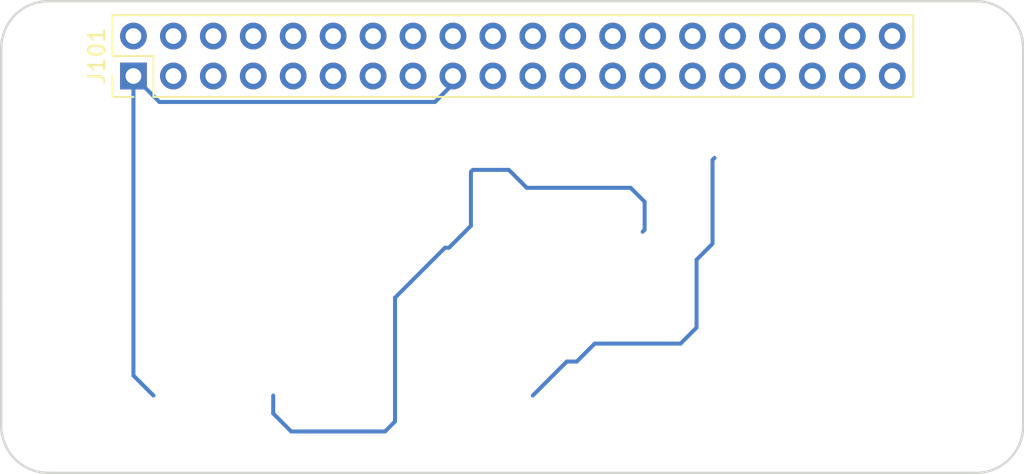
<source format=kicad_pcb>
(kicad_pcb (version 20170123) (host pcbnew no-vcs-found-3ee2f80~59~ubuntu17.04.1)

  (general
    (thickness 1.6)
    (drawings 12)
    (tracks 45)
    (zones 0)
    (modules 5)
    (nets 36)
  )

  (page A3)
  (layers
    (0 F.Cu signal)
    (31 B.Cu signal hide)
    (32 B.Adhes user)
    (33 F.Adhes user)
    (34 B.Paste user)
    (35 F.Paste user)
    (36 B.SilkS user)
    (37 F.SilkS user)
    (38 B.Mask user)
    (39 F.Mask user)
    (40 Dwgs.User user)
    (41 Cmts.User user)
    (42 Eco1.User user)
    (43 Eco2.User user)
    (44 Edge.Cuts user)
    (45 Margin user hide)
    (46 B.CrtYd user hide)
    (47 F.CrtYd user hide)
    (48 B.Fab user hide)
    (49 F.Fab user)
  )

  (setup
    (last_trace_width 0.254)
    (user_trace_width 0.6)
    (trace_clearance 0.254)
    (zone_clearance 0.508)
    (zone_45_only no)
    (trace_min 0.254)
    (segment_width 0.2)
    (edge_width 0.15)
    (via_size 0.889)
    (via_drill 0.635)
    (via_min_size 0.889)
    (via_min_drill 0.508)
    (uvia_size 0.508)
    (uvia_drill 0.127)
    (uvias_allowed no)
    (uvia_min_size 0.508)
    (uvia_min_drill 0.127)
    (pcb_text_width 0.3)
    (pcb_text_size 1 1)
    (mod_edge_width 0.15)
    (mod_text_size 1 1)
    (mod_text_width 0.15)
    (pad_size 0.97 0.97)
    (pad_drill 0.97)
    (pad_to_mask_clearance 0)
    (aux_axis_origin 117.91188 84.25942)
    (grid_origin 117.91188 84.25942)
    (visible_elements FFFFFF1F)
    (pcbplotparams
      (layerselection 0x010e8_80000001)
      (usegerberextensions true)
      (excludeedgelayer true)
      (linewidth 0.150000)
      (plotframeref false)
      (viasonmask false)
      (mode 1)
      (useauxorigin false)
      (hpglpennumber 1)
      (hpglpenspeed 20)
      (hpglpendiameter 15)
      (psnegative false)
      (psa4output false)
      (plotreference false)
      (plotvalue true)
      (plotinvisibletext false)
      (padsonsilk false)
      (subtractmaskfromsilk false)
      (outputformat 1)
      (mirror false)
      (drillshape 0)
      (scaleselection 1)
      (outputdirectory ""))
  )

  (net 0 "")
  (net 1 GND)
  (net 2 +3V3)
  (net 3 +5V)
  (net 4 "Net-(J101-Pad40)")
  (net 5 "Net-(J101-Pad39)")
  (net 6 "Net-(J101-Pad38)")
  (net 7 "Net-(J101-Pad37)")
  (net 8 "Net-(J101-Pad36)")
  (net 9 "Net-(J101-Pad35)")
  (net 10 "Net-(J101-Pad34)")
  (net 11 "Net-(J101-Pad33)")
  (net 12 "Net-(J101-Pad32)")
  (net 13 "Net-(J101-Pad31)")
  (net 14 "Net-(J101-Pad30)")
  (net 15 "Net-(J101-Pad29)")
  (net 16 "Net-(J101-Pad28)")
  (net 17 "Net-(J101-Pad27)")
  (net 18 "Net-(J101-Pad26)")
  (net 19 "Net-(J101-Pad24)")
  (net 20 "Net-(J101-Pad23)")
  (net 21 "Net-(J101-Pad22)")
  (net 22 "Net-(J101-Pad21)")
  (net 23 "Net-(J101-Pad19)")
  (net 24 "Net-(J101-Pad18)")
  (net 25 "Net-(J101-Pad16)")
  (net 26 /PPS_ECHO)
  (net 27 "Net-(J101-Pad13)")
  (net 28 /PPS)
  (net 29 /GO_BTN)
  (net 30 /GPS_TX)
  (net 31 /GPS_RX)
  (net 32 "Net-(J101-Pad7)")
  (net 33 /SCL)
  (net 34 /SDA)
  (net 35 "Net-(J101-Pad1)")

  (net_class Default "This is the default net class."
    (clearance 0.254)
    (trace_width 0.254)
    (via_dia 0.889)
    (via_drill 0.635)
    (uvia_dia 0.508)
    (uvia_drill 0.127)
    (add_net +3V3)
    (add_net +5V)
    (add_net /GO_BTN)
    (add_net /GPS_RX)
    (add_net /GPS_TX)
    (add_net /PPS)
    (add_net /PPS_ECHO)
    (add_net /SCL)
    (add_net /SDA)
    (add_net GND)
    (add_net "Net-(J101-Pad1)")
    (add_net "Net-(J101-Pad13)")
    (add_net "Net-(J101-Pad16)")
    (add_net "Net-(J101-Pad18)")
    (add_net "Net-(J101-Pad19)")
    (add_net "Net-(J101-Pad21)")
    (add_net "Net-(J101-Pad22)")
    (add_net "Net-(J101-Pad23)")
    (add_net "Net-(J101-Pad24)")
    (add_net "Net-(J101-Pad26)")
    (add_net "Net-(J101-Pad27)")
    (add_net "Net-(J101-Pad28)")
    (add_net "Net-(J101-Pad29)")
    (add_net "Net-(J101-Pad30)")
    (add_net "Net-(J101-Pad31)")
    (add_net "Net-(J101-Pad32)")
    (add_net "Net-(J101-Pad33)")
    (add_net "Net-(J101-Pad34)")
    (add_net "Net-(J101-Pad35)")
    (add_net "Net-(J101-Pad36)")
    (add_net "Net-(J101-Pad37)")
    (add_net "Net-(J101-Pad38)")
    (add_net "Net-(J101-Pad39)")
    (add_net "Net-(J101-Pad40)")
    (add_net "Net-(J101-Pad7)")
  )

  (module 1pin (layer F.Cu) (tedit 5644D4E6) (tstamp 563ABCB6)
    (at 171 106)
    (descr "module 1 pin (ou trou mecanique de percage)")
    (tags DEV)
    (path 1pin)
    (fp_text reference 1PIN (at 0 -3.048) (layer F.SilkS) hide
      (effects (font (size 1.016 1.016) (thickness 0.254)))
    )
    (fp_text value P*** (at 0 2.794) (layer F.SilkS) hide
      (effects (font (size 1.016 1.016) (thickness 0.254)))
    )
    (pad "" np_thru_hole circle (at 0 0) (size 2.75 2.75) (drill 2.75) (layers *.Cu))
  )

  (module 1pin (layer F.Cu) (tedit 5644D50C) (tstamp 563AB3A9)
    (at 113 106)
    (descr "module 1 pin (ou trou mecanique de percage)")
    (tags DEV)
    (path 1pin)
    (fp_text reference 1PIN (at 0 -3.048) (layer F.SilkS) hide
      (effects (font (size 1.016 1.016) (thickness 0.254)))
    )
    (fp_text value P*** (at 0 2.794) (layer F.SilkS) hide
      (effects (font (size 1.016 1.016) (thickness 0.254)))
    )
    (pad "" np_thru_hole circle (at 0 0) (size 2.75 2.75) (drill 2.75) (layers *.Cu))
  )

  (module 1pin (layer F.Cu) (tedit 5644D4F1) (tstamp 563AB381)
    (at 171 83)
    (descr "module 1 pin (ou trou mecanique de percage)")
    (tags DEV)
    (path 1pin)
    (fp_text reference 1PIN (at 0 -3.048) (layer F.SilkS) hide
      (effects (font (size 1.016 1.016) (thickness 0.254)))
    )
    (fp_text value P*** (at 0 2.794) (layer F.SilkS) hide
      (effects (font (size 1.016 1.016) (thickness 0.254)))
    )
    (pad "" np_thru_hole circle (at 0 0) (size 2.75 2.75) (drill 2.75) (layers *.Cu))
  )

  (module 1pin (layer F.Cu) (tedit 5644D590) (tstamp 563AB348)
    (at 113 83)
    (descr "module 1 pin (ou trou mecanique de percage)")
    (tags DEV)
    (path 1pin)
    (fp_text reference 1PIN (at 0 -3.048) (layer F.SilkS) hide
      (effects (font (size 1.016 1.016) (thickness 0.254)))
    )
    (fp_text value P*** (at 0 2.794) (layer F.SilkS) hide
      (effects (font (size 1.016 1.016) (thickness 0.254)))
    )
    (pad "" np_thru_hole circle (at 0 0) (size 2.75 2.75) (drill 2.75) (layers *.Cu))
  )

  (module Pin_Headers:Pin_Header_Straight_2x20_Pitch2.54mm (layer F.Cu) (tedit 59650533) (tstamp 5985FD26)
    (at 117.91188 84.25942 90)
    (descr "Through hole straight pin header, 2x20, 2.54mm pitch, double rows")
    (tags "Through hole pin header THT 2x20 2.54mm double row")
    (path /598546E8)
    (fp_text reference J101 (at 1.27 -2.33 90) (layer F.SilkS)
      (effects (font (size 1 1) (thickness 0.15)))
    )
    (fp_text value RPi_GPIO (at 1.27 50.59 90) (layer F.Fab)
      (effects (font (size 1 1) (thickness 0.15)))
    )
    (fp_text user %R (at 1.27 24.13 180) (layer F.Fab)
      (effects (font (size 1 1) (thickness 0.15)))
    )
    (fp_line (start 4.35 -1.8) (end -1.8 -1.8) (layer F.CrtYd) (width 0.05))
    (fp_line (start 4.35 50.05) (end 4.35 -1.8) (layer F.CrtYd) (width 0.05))
    (fp_line (start -1.8 50.05) (end 4.35 50.05) (layer F.CrtYd) (width 0.05))
    (fp_line (start -1.8 -1.8) (end -1.8 50.05) (layer F.CrtYd) (width 0.05))
    (fp_line (start -1.33 -1.33) (end 0 -1.33) (layer F.SilkS) (width 0.12))
    (fp_line (start -1.33 0) (end -1.33 -1.33) (layer F.SilkS) (width 0.12))
    (fp_line (start 1.27 -1.33) (end 3.87 -1.33) (layer F.SilkS) (width 0.12))
    (fp_line (start 1.27 1.27) (end 1.27 -1.33) (layer F.SilkS) (width 0.12))
    (fp_line (start -1.33 1.27) (end 1.27 1.27) (layer F.SilkS) (width 0.12))
    (fp_line (start 3.87 -1.33) (end 3.87 49.59) (layer F.SilkS) (width 0.12))
    (fp_line (start -1.33 1.27) (end -1.33 49.59) (layer F.SilkS) (width 0.12))
    (fp_line (start -1.33 49.59) (end 3.87 49.59) (layer F.SilkS) (width 0.12))
    (fp_line (start -1.27 0) (end 0 -1.27) (layer F.Fab) (width 0.1))
    (fp_line (start -1.27 49.53) (end -1.27 0) (layer F.Fab) (width 0.1))
    (fp_line (start 3.81 49.53) (end -1.27 49.53) (layer F.Fab) (width 0.1))
    (fp_line (start 3.81 -1.27) (end 3.81 49.53) (layer F.Fab) (width 0.1))
    (fp_line (start 0 -1.27) (end 3.81 -1.27) (layer F.Fab) (width 0.1))
    (pad 40 thru_hole oval (at 2.54 48.26 90) (size 1.7 1.7) (drill 1) (layers *.Cu *.Mask)
      (net 4 "Net-(J101-Pad40)"))
    (pad 39 thru_hole oval (at 0 48.26 90) (size 1.7 1.7) (drill 1) (layers *.Cu *.Mask)
      (net 5 "Net-(J101-Pad39)"))
    (pad 38 thru_hole oval (at 2.54 45.72 90) (size 1.7 1.7) (drill 1) (layers *.Cu *.Mask)
      (net 6 "Net-(J101-Pad38)"))
    (pad 37 thru_hole oval (at 0 45.72 90) (size 1.7 1.7) (drill 1) (layers *.Cu *.Mask)
      (net 7 "Net-(J101-Pad37)"))
    (pad 36 thru_hole oval (at 2.54 43.18 90) (size 1.7 1.7) (drill 1) (layers *.Cu *.Mask)
      (net 8 "Net-(J101-Pad36)"))
    (pad 35 thru_hole oval (at 0 43.18 90) (size 1.7 1.7) (drill 1) (layers *.Cu *.Mask)
      (net 9 "Net-(J101-Pad35)"))
    (pad 34 thru_hole oval (at 2.54 40.64 90) (size 1.7 1.7) (drill 1) (layers *.Cu *.Mask)
      (net 10 "Net-(J101-Pad34)"))
    (pad 33 thru_hole oval (at 0 40.64 90) (size 1.7 1.7) (drill 1) (layers *.Cu *.Mask)
      (net 11 "Net-(J101-Pad33)"))
    (pad 32 thru_hole oval (at 2.54 38.1 90) (size 1.7 1.7) (drill 1) (layers *.Cu *.Mask)
      (net 12 "Net-(J101-Pad32)"))
    (pad 31 thru_hole oval (at 0 38.1 90) (size 1.7 1.7) (drill 1) (layers *.Cu *.Mask)
      (net 13 "Net-(J101-Pad31)"))
    (pad 30 thru_hole oval (at 2.54 35.56 90) (size 1.7 1.7) (drill 1) (layers *.Cu *.Mask)
      (net 14 "Net-(J101-Pad30)"))
    (pad 29 thru_hole oval (at 0 35.56 90) (size 1.7 1.7) (drill 1) (layers *.Cu *.Mask)
      (net 15 "Net-(J101-Pad29)"))
    (pad 28 thru_hole oval (at 2.54 33.02 90) (size 1.7 1.7) (drill 1) (layers *.Cu *.Mask)
      (net 16 "Net-(J101-Pad28)"))
    (pad 27 thru_hole oval (at 0 33.02 90) (size 1.7 1.7) (drill 1) (layers *.Cu *.Mask)
      (net 17 "Net-(J101-Pad27)"))
    (pad 26 thru_hole oval (at 2.54 30.48 90) (size 1.7 1.7) (drill 1) (layers *.Cu *.Mask)
      (net 18 "Net-(J101-Pad26)"))
    (pad 25 thru_hole oval (at 0 30.48 90) (size 1.7 1.7) (drill 1) (layers *.Cu *.Mask)
      (net 1 GND))
    (pad 24 thru_hole oval (at 2.54 27.94 90) (size 1.7 1.7) (drill 1) (layers *.Cu *.Mask)
      (net 19 "Net-(J101-Pad24)"))
    (pad 23 thru_hole oval (at 0 27.94 90) (size 1.7 1.7) (drill 1) (layers *.Cu *.Mask)
      (net 20 "Net-(J101-Pad23)"))
    (pad 22 thru_hole oval (at 2.54 25.4 90) (size 1.7 1.7) (drill 1) (layers *.Cu *.Mask)
      (net 21 "Net-(J101-Pad22)"))
    (pad 21 thru_hole oval (at 0 25.4 90) (size 1.7 1.7) (drill 1) (layers *.Cu *.Mask)
      (net 22 "Net-(J101-Pad21)"))
    (pad 20 thru_hole oval (at 2.54 22.86 90) (size 1.7 1.7) (drill 1) (layers *.Cu *.Mask)
      (net 1 GND))
    (pad 19 thru_hole oval (at 0 22.86 90) (size 1.7 1.7) (drill 1) (layers *.Cu *.Mask)
      (net 23 "Net-(J101-Pad19)"))
    (pad 18 thru_hole oval (at 2.54 20.32 90) (size 1.7 1.7) (drill 1) (layers *.Cu *.Mask)
      (net 24 "Net-(J101-Pad18)"))
    (pad 17 thru_hole oval (at 0 20.32 90) (size 1.7 1.7) (drill 1) (layers *.Cu *.Mask)
      (net 2 +3V3))
    (pad 16 thru_hole oval (at 2.54 17.78 90) (size 1.7 1.7) (drill 1) (layers *.Cu *.Mask)
      (net 25 "Net-(J101-Pad16)"))
    (pad 15 thru_hole oval (at 0 17.78 90) (size 1.7 1.7) (drill 1) (layers *.Cu *.Mask)
      (net 26 /PPS_ECHO))
    (pad 14 thru_hole oval (at 2.54 15.24 90) (size 1.7 1.7) (drill 1) (layers *.Cu *.Mask)
      (net 1 GND))
    (pad 13 thru_hole oval (at 0 15.24 90) (size 1.7 1.7) (drill 1) (layers *.Cu *.Mask)
      (net 27 "Net-(J101-Pad13)"))
    (pad 12 thru_hole oval (at 2.54 12.7 90) (size 1.7 1.7) (drill 1) (layers *.Cu *.Mask)
      (net 28 /PPS))
    (pad 11 thru_hole oval (at 0 12.7 90) (size 1.7 1.7) (drill 1) (layers *.Cu *.Mask)
      (net 29 /GO_BTN))
    (pad 10 thru_hole oval (at 2.54 10.16 90) (size 1.7 1.7) (drill 1) (layers *.Cu *.Mask)
      (net 30 /GPS_TX))
    (pad 9 thru_hole oval (at 0 10.16 90) (size 1.7 1.7) (drill 1) (layers *.Cu *.Mask)
      (net 1 GND))
    (pad 8 thru_hole oval (at 2.54 7.62 90) (size 1.7 1.7) (drill 1) (layers *.Cu *.Mask)
      (net 31 /GPS_RX))
    (pad 7 thru_hole oval (at 0 7.62 90) (size 1.7 1.7) (drill 1) (layers *.Cu *.Mask)
      (net 32 "Net-(J101-Pad7)"))
    (pad 6 thru_hole oval (at 2.54 5.08 90) (size 1.7 1.7) (drill 1) (layers *.Cu *.Mask)
      (net 1 GND))
    (pad 5 thru_hole oval (at 0 5.08 90) (size 1.7 1.7) (drill 1) (layers *.Cu *.Mask)
      (net 33 /SCL))
    (pad 4 thru_hole oval (at 2.54 2.54 90) (size 1.7 1.7) (drill 1) (layers *.Cu *.Mask)
      (net 3 +5V))
    (pad 3 thru_hole oval (at 0 2.54 90) (size 1.7 1.7) (drill 1) (layers *.Cu *.Mask)
      (net 34 /SDA))
    (pad 2 thru_hole oval (at 2.54 0 90) (size 1.7 1.7) (drill 1) (layers *.Cu *.Mask)
      (net 3 +5V))
    (pad 1 thru_hole rect (at 0 0 90) (size 1.7 1.7) (drill 1) (layers *.Cu *.Mask)
      (net 35 "Net-(J101-Pad1)"))
    (model ${KISYS3DMOD}/Pin_Headers.3dshapes/Pin_Header_Straight_2x20_Pitch2.54mm.wrl
      (at (xyz 0 0 0))
      (scale (xyz 1 1 1))
      (rotate (xyz 0 0 0))
    )
  )

  (gr_line (start 171.5 109.5) (end 170.95 109.5) (angle 90) (layer Edge.Cuts) (width 0.15))
  (gr_line (start 174.5 106.05) (end 174.5 106.5) (angle 90) (layer Edge.Cuts) (width 0.15))
  (gr_line (start 174.5 82.5) (end 174.5 106.05) (angle 90) (layer Edge.Cuts) (width 0.15))
  (gr_line (start 112.5 109.5) (end 170.95 109.5) (angle 90) (layer Edge.Cuts) (width 0.15))
  (gr_line (start 109.5 98.5) (end 109.5 106.5) (angle 90) (layer Edge.Cuts) (width 0.15))
  (gr_line (start 112.5 79.5) (end 171 79.5) (angle 90) (layer Edge.Cuts) (width 0.15))
  (gr_line (start 109.5 98.5) (end 109.5 82.5) (angle 90) (layer Edge.Cuts) (width 0.15))
  (gr_arc (start 112.5 106.5) (end 112.5 109.5) (angle 90) (layer Edge.Cuts) (width 0.15))
  (gr_arc (start 171.5 106.5) (end 174.5 106.5) (angle 90) (layer Edge.Cuts) (width 0.15))
  (gr_line (start 171.5 79.5) (end 171 79.5) (angle 90) (layer Edge.Cuts) (width 0.15))
  (gr_arc (start 171.5 82.5) (end 171.5 79.5) (angle 90) (layer Edge.Cuts) (width 0.15))
  (gr_arc (start 112.5 82.5) (end 109.5 82.5) (angle 90) (layer Edge.Cuts) (width 0.15))

  (segment (start 143.31188 104.57942) (end 145.47088 102.42042) (width 0.254) (layer B.Cu) (net 0))
  (segment (start 154.74188 89.59342) (end 154.86888 89.46642) (width 0.254) (layer B.Cu) (net 0) (tstamp 566C8C7A))
  (segment (start 154.74188 94.92742) (end 154.74188 89.59342) (width 0.254) (layer B.Cu) (net 0) (tstamp 566C8C76))
  (segment (start 153.72588 95.94342) (end 154.74188 94.92742) (width 0.254) (layer B.Cu) (net 0) (tstamp 566C8C74))
  (segment (start 153.72588 100.26142) (end 153.72588 95.94342) (width 0.254) (layer B.Cu) (net 0) (tstamp 566C8C72))
  (segment (start 152.70988 101.27742) (end 153.72588 100.26142) (width 0.254) (layer B.Cu) (net 0) (tstamp 566C8C71))
  (segment (start 147.24888 101.27742) (end 152.70988 101.27742) (width 0.254) (layer B.Cu) (net 0) (tstamp 566C8C6D))
  (segment (start 146.10588 102.42042) (end 147.24888 101.27742) (width 0.254) (layer B.Cu) (net 0) (tstamp 566C8C6A))
  (segment (start 145.47088 102.42042) (end 146.10588 102.42042) (width 0.254) (layer B.Cu) (net 0) (tstamp 566C8C65))
  (segment (start 139.37488 92.64142) (end 139.37488 90.35542) (width 0.254) (layer B.Cu) (net 0))
  (segment (start 150.42388 92.26042) (end 150.42388 94.03842) (width 0.254) (layer B.Cu) (net 0) (tstamp 566C8E30))
  (segment (start 149.53488 91.37142) (end 150.42388 92.26042) (width 0.254) (layer B.Cu) (net 0) (tstamp 566C8E2A))
  (segment (start 142.93088 91.37142) (end 149.53488 91.37142) (width 0.254) (layer B.Cu) (net 0) (tstamp 566C8E28))
  (segment (start 141.78788 90.22842) (end 142.93088 91.37142) (width 0.254) (layer B.Cu) (net 0) (tstamp 566C8E26))
  (segment (start 139.50188 90.22842) (end 141.78788 90.22842) (width 0.254) (layer B.Cu) (net 0) (tstamp 566C8E24))
  (segment (start 139.37488 90.35542) (end 139.50188 90.22842) (width 0.254) (layer B.Cu) (net 0) (tstamp 566C8E21))
  (segment (start 150.42388 94.03842) (end 150.29688 94.16542) (width 0.254) (layer B.Cu) (net 0) (tstamp 566C8E32))
  (segment (start 126.80188 104.57942) (end 126.80188 105.72242) (width 0.254) (layer B.Cu) (net 0))
  (segment (start 139.37488 93.78442) (end 139.37488 92.64142) (width 0.254) (layer B.Cu) (net 0) (tstamp 566C7AF1))
  (segment (start 137.97788 95.18142) (end 139.37488 93.78442) (width 0.254) (layer B.Cu) (net 0) (tstamp 566C7AF0))
  (segment (start 137.72388 95.18142) (end 137.97788 95.18142) (width 0.254) (layer B.Cu) (net 0) (tstamp 566C7AEE))
  (segment (start 134.54888 98.35642) (end 137.72388 95.18142) (width 0.254) (layer B.Cu) (net 0) (tstamp 566C7AEC))
  (segment (start 134.54888 106.23042) (end 134.54888 98.35642) (width 0.254) (layer B.Cu) (net 0) (tstamp 566C7AEB))
  (segment (start 133.91388 106.86542) (end 134.54888 106.23042) (width 0.254) (layer B.Cu) (net 0) (tstamp 566C7AE9))
  (segment (start 127.94488 106.86542) (end 133.91388 106.86542) (width 0.254) (layer B.Cu) (net 0) (tstamp 566C7AE7))
  (segment (start 126.80188 105.72242) (end 127.94488 106.86542) (width 0.254) (layer B.Cu) (net 0) (tstamp 566C7AE5))
  (segment (start 148.39188 84.25942) (end 148.51888 84.25942) (width 0.254) (layer F.Cu) (net 1))
  (segment (start 166.67988 84.25942) (end 166.17188 84.25942) (width 0.6) (layer F.Cu) (net 5) (tstamp 566C7AB3))
  (segment (start 166.17188 84.00542) (end 166.17188 84.25942) (width 0.254) (layer F.Cu) (net 5) (tstamp 566C7AAA))
  (segment (start 128.07188 84.25942) (end 128.19888 84.25942) (width 0.254) (layer F.Cu) (net 1))
  (segment (start 140.89888 81.59242) (end 140.77188 81.71942) (width 0.6) (layer F.Cu) (net 1) (tstamp 566C6FF8))
  (segment (start 122.99188 81.71942) (end 122.99188 81.33842) (width 0.6) (layer F.Cu) (net 1))
  (segment (start 143.31188 81.71942) (end 143.31188 81.84642) (width 0.254) (layer F.Cu) (net 21))
  (segment (start 143.31188 81.71942) (end 143.31188 81.97342) (width 0.254) (layer F.Cu) (net 21))
  (segment (start 138.23188 84.25942) (end 138.23188 84.76742) (width 0.254) (layer B.Cu) (net 2))
  (segment (start 138.23188 84.76742) (end 137.08888 85.91042) (width 0.254) (layer B.Cu) (net 2) (tstamp 566C8E96))
  (segment (start 119.56288 85.91042) (end 117.91188 84.25942) (width 0.254) (layer B.Cu) (net 2) (tstamp 566C8E9E))
  (segment (start 137.08888 85.91042) (end 119.56288 85.91042) (width 0.254) (layer B.Cu) (net 2) (tstamp 566C8E99))
  (segment (start 117.91188 84.25942) (end 117.91188 103.30942) (width 0.254) (layer B.Cu) (net 2))
  (segment (start 117.91188 103.30942) (end 119.18188 104.57942) (width 0.254) (layer B.Cu) (net 2) (tstamp 566C7A60))
  (segment (start 138.23188 84.25942) (end 138.23188 84.38642) (width 0.254) (layer F.Cu) (net 2))
  (segment (start 163.63188 84.25942) (end 163.63188 84.64042) (width 0.254) (layer F.Cu) (net 7))
  (segment (start 166.17188 81.71942) (end 166.17188 82.10042) (width 0.254) (layer F.Cu) (net 4))
  (segment (start 148.39188 81.71942) (end 148.39188 81.84642) (width 0.254) (layer B.Cu) (net 18))
  (segment (start 120.45188 81.71942) (end 120.45188 81.84642) (width 0.254) (layer F.Cu) (net 3))

)

</source>
